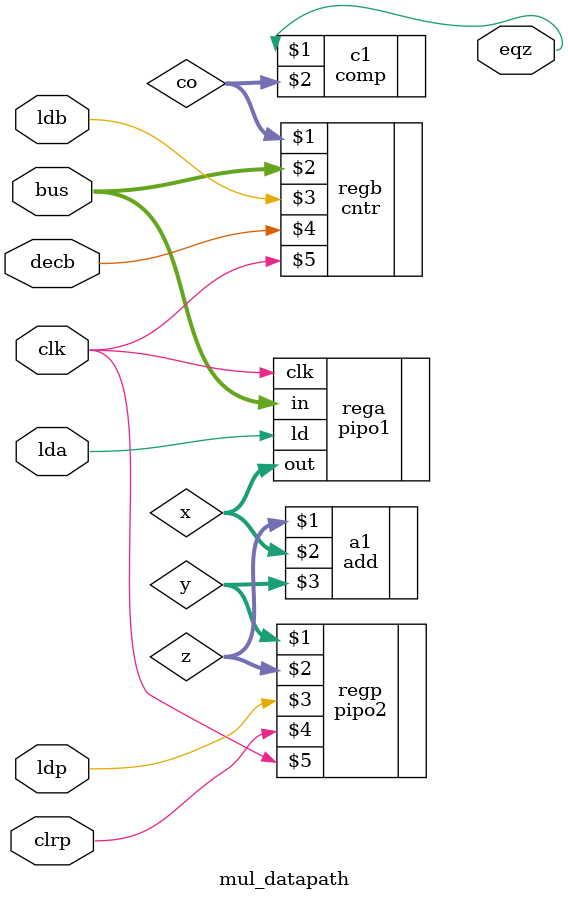
<source format=v>
`include "pipo1.v"
`include "pipo2.v"
`include "add.v"
`include "cntr.v"
`include "comp.v"


module mul_datapath(eqz,lda,ldb,ldp,clrp,decb,bus,clk);
    output eqz;
    input lda,ldb,ldp,clrp,decb;
    input [15:0]bus;
    input clk;
    wire [15:0] x,y,z,co;
    pipo1 rega (.out(x),.in(bus),.ld(lda),.clk(clk));
    pipo2 regp (y,z,ldp,clrp,clk);
    add a1(z,x,y);
    cntr regb (co,bus,ldb,decb,clk);
    comp c1 (eqz,co);
endmodule
</source>
